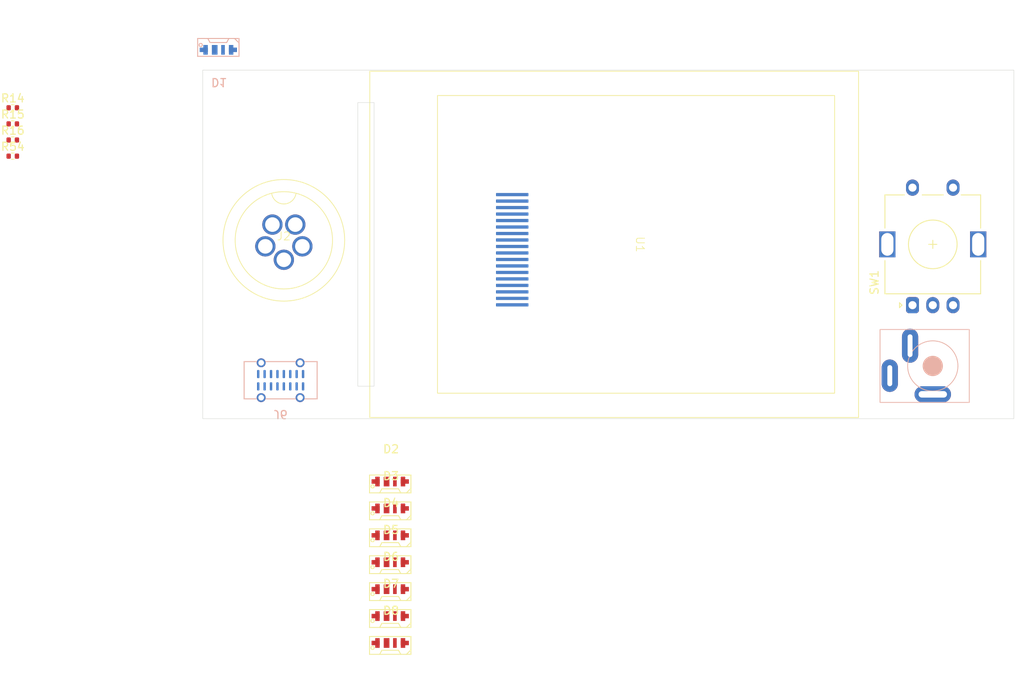
<source format=kicad_pcb>
(kicad_pcb (version 20241229) (generator "pcbnew") (generator_version "9.0")
  (layers (0 "F.Cu" signal) (2 "B.Cu" signal) (13 "F.Paste" user) (15 "B.Paste" user) (5 "F.SilkS" user "F.Silkscreen") (7 "B.SilkS" user "B.Silkscreen") (1 "F.Mask" user) (3 "B.Mask" user) (25 "Edge.Cuts" user))
  (net 0 "")
  (net 3 "Net-(D1-DOUT)")
  (net 6 "Net-(D2-DOUT)")
  (net 8 "Net-(D3-DOUT)")
  (net 13 "Net-(D4-DOUT)")
  (net 15 "Net-(D5-DOUT)")
  (net 18 "Net-(D6-DOUT)")
  (net 22 "Net-(D7-DOUT)")
  (net 48 "Net-(J6-CC1)")
  (net 49 "GND")
  (net 51 "USB-")
  (net 52 "Net-(J6-CC2)")
  (net 53 "Net-(J6-VBUS-PadA4)")
  (net 55 "USB+")
  (net 56 "Net-(R16-Pad1)")
  (footprint "Resistor_SMD:R_0402_1005Metric" (layer "F.Cu") (at 26.585 39.115)
    (property "Reference" "R54" (at 0 -1.17 0) (layer "F.SilkS"))
    (property "Value" "3k3")
    (fp_line (start -0.153641 -0.38) (end 0.153641 -0.38) (stroke (width 0.12)) (layer "F.SilkS"))
    (fp_line (start -0.153641 0.38) (end 0.153641 0.38) (stroke (width 0.12)) (layer "F.SilkS"))
    (pad "1" smd roundrect (at -0.51 0) (size 0.54 0.64) (layers "F.Cu" "F.Mask" "F.Paste") (net 56 "Net-(R16-Pad1)"))
    (pad "2" smd roundrect (at 0.51 0) (size 0.54 0.64) (layers "F.Cu" "F.Mask" "F.Paste") (net 53 "Net-(J6-VBUS-PadA4)"))
  )
  (footprint "Resistor_SMD:R_0402_1005Metric" (layer "F.Cu") (at 26.585 35.135)
    (property "Reference" "R15" (at 0 -1.17 0) (layer "F.SilkS"))
    (property "Value" "5k1")
    (fp_line (start -0.153641 -0.38) (end 0.153641 -0.38) (stroke (width 0.12)) (layer "F.SilkS"))
    (fp_line (start -0.153641 0.38) (end 0.153641 0.38) (stroke (width 0.12)) (layer "F.SilkS"))
    (pad "1" smd roundrect (at -0.51 0) (size 0.54 0.64) (layers "F.Cu" "F.Mask" "F.Paste") (net 52 "Net-(J6-CC2)"))
    (pad "2" smd roundrect (at 0.51 0) (size 0.54 0.64) (layers "F.Cu" "F.Mask" "F.Paste") (net 49 "GND"))
  )
  (footprint "Resistor_SMD:R_0402_1005Metric" (layer "F.Cu") (at 26.585 33.145)
    (property "Reference" "R14" (at 0 -1.17 0) (layer "F.SilkS"))
    (property "Value" "5k1")
    (fp_line (start -0.153641 -0.38) (end 0.153641 -0.38) (stroke (width 0.12)) (layer "F.SilkS"))
    (fp_line (start -0.153641 0.38) (end 0.153641 0.38) (stroke (width 0.12)) (layer "F.SilkS"))
    (pad "1" smd roundrect (at -0.51 0) (size 0.54 0.64) (layers "F.Cu" "F.Mask" "F.Paste") (net 48 "Net-(J6-CC1)"))
    (pad "2" smd roundrect (at 0.51 0) (size 0.54 0.64) (layers "F.Cu" "F.Mask" "F.Paste") (net 49 "GND"))
  )
  (footprint "liebler_OPTO:SK6812_SIDE_A" (layer "F.Cu") (at 73.114 82.576)
    (property "Reference" "D3" (at 0.1 -4 0) (layer "F.SilkS"))
    (property "Value" "SK6812SIDE")
    (fp_line (start -2.55 -0.8) (end 2.55 -0.8) (stroke (width 0.12)) (layer "F.SilkS"))
    (fp_line (start -2.55 1.4) (end -2.55 -0.8) (stroke (width 0.12)) (layer "F.SilkS"))
    (fp_line (start -1.3 1.4) (end -1.025 0.9) (stroke (width 0.12)) (layer "F.SilkS"))
    (fp_line (start 1.025 0.9) (end -1.025 0.9) (stroke (width 0.12)) (layer "F.SilkS"))
    (fp_line (start 1.025 0.9) (end 1.3 1.4) (stroke (width 0.12)) (layer "F.SilkS"))
    (fp_line (start 2 1.4) (end 2.55 0.85) (stroke (width 0.12)) (layer "F.SilkS"))
    (fp_line (start 2.55 1.4) (end -2.55 1.4) (stroke (width 0.12)) (layer "F.SilkS"))
    (fp_line (start 2.55 1.4) (end 2.55 -0.8) (stroke (width 0.12)) (layer "F.SilkS"))
    (fp_circle (center -2.175 0.6) (end -2.175 0.4) (stroke (width 0.12)) (fill no) (layer "F.SilkS"))
    (pad "1" smd custom (at -1.8 0) (size 1 0.55) (layers "F.Cu" "F.Mask" "F.Paste") (net 6 "Net-(D2-DOUT)") (options (clearance outline) (anchor rect)) (primitives))
    (pad "1" smd custom (at -1.575 0) (size 0.55 1.2) (layers "F.Cu" "F.Mask" "F.Paste") (net 6 "Net-(D2-DOUT)") (options (clearance outline) (anchor rect)) (primitives))
    (pad "2" smd custom (at -0.45 0) (size 0.7 1.2) (layers "F.Cu" "F.Mask" "F.Paste") (options (clearance outline) (anchor rect)) (primitives))
    (pad "3" smd custom (at 0.575 0) (size 0.45 1.2) (layers "F.Cu" "F.Mask" "F.Paste") (net 8 "Net-(D3-DOUT)") (options (clearance outline) (anchor rect)) (primitives))
    (pad "4" smd custom (at 1.575 0) (size 0.55 1.2) (layers "F.Cu" "F.Mask" "F.Paste") (options (clearance outline) (anchor rect)) (primitives))
    (pad "4" smd custom (at 1.8 0) (size 1 0.55) (layers "F.Cu" "F.Mask" "F.Paste") (options (clearance outline) (anchor rect)) (primitives))
  )
  (footprint "liebler_OPTO:SK6812_SIDE_A" (layer "F.Cu") (at 73.114 89.216)
    (property "Reference" "D5" (at 0.1 -4 0) (layer "F.SilkS"))
    (property "Value" "SK6812SIDE")
    (fp_line (start -2.55 -0.8) (end 2.55 -0.8) (stroke (width 0.12)) (layer "F.SilkS"))
    (fp_line (start -2.55 1.4) (end -2.55 -0.8) (stroke (width 0.12)) (layer "F.SilkS"))
    (fp_line (start -1.3 1.4) (end -1.025 0.9) (stroke (width 0.12)) (layer "F.SilkS"))
    (fp_line (start 1.025 0.9) (end -1.025 0.9) (stroke (width 0.12)) (layer "F.SilkS"))
    (fp_line (start 1.025 0.9) (end 1.3 1.4) (stroke (width 0.12)) (layer "F.SilkS"))
    (fp_line (start 2 1.4) (end 2.55 0.85) (stroke (width 0.12)) (layer "F.SilkS"))
    (fp_line (start 2.55 1.4) (end -2.55 1.4) (stroke (width 0.12)) (layer "F.SilkS"))
    (fp_line (start 2.55 1.4) (end 2.55 -0.8) (stroke (width 0.12)) (layer "F.SilkS"))
    (fp_circle (center -2.175 0.6) (end -2.175 0.4) (stroke (width 0.12)) (fill no) (layer "F.SilkS"))
    (pad "1" smd custom (at -1.8 0) (size 1 0.55) (layers "F.Cu" "F.Mask" "F.Paste") (net 13 "Net-(D4-DOUT)") (options (clearance outline) (anchor rect)) (primitives))
    (pad "1" smd custom (at -1.575 0) (size 0.55 1.2) (layers "F.Cu" "F.Mask" "F.Paste") (net 13 "Net-(D4-DOUT)") (options (clearance outline) (anchor rect)) (primitives))
    (pad "2" smd custom (at -0.45 0) (size 0.7 1.2) (layers "F.Cu" "F.Mask" "F.Paste") (options (clearance outline) (anchor rect)) (primitives))
    (pad "3" smd custom (at 0.575 0) (size 0.45 1.2) (layers "F.Cu" "F.Mask" "F.Paste") (net 15 "Net-(D5-DOUT)") (options (clearance outline) (anchor rect)) (primitives))
    (pad "4" smd custom (at 1.575 0) (size 0.55 1.2) (layers "F.Cu" "F.Mask" "F.Paste") (options (clearance outline) (anchor rect)) (primitives))
    (pad "4" smd custom (at 1.8 0) (size 1 0.55) (layers "F.Cu" "F.Mask" "F.Paste") (options (clearance outline) (anchor rect)) (primitives))
  )
  (footprint "Resistor_SMD:R_0402_1005Metric" (layer "F.Cu") (at 26.585 37.125)
    (property "Reference" "R16" (at 0 -1.17 0) (layer "F.SilkS"))
    (property "Value" "5k1")
    (fp_line (start -0.153641 -0.38) (end 0.153641 -0.38) (stroke (width 0.12)) (layer "F.SilkS"))
    (fp_line (start -0.153641 0.38) (end 0.153641 0.38) (stroke (width 0.12)) (layer "F.SilkS"))
    (pad "1" smd roundrect (at -0.51 0) (size 0.54 0.64) (layers "F.Cu" "F.Mask" "F.Paste") (net 56 "Net-(R16-Pad1)"))
    (pad "2" smd roundrect (at 0.51 0) (size 0.54 0.64) (layers "F.Cu" "F.Mask" "F.Paste") (net 49 "GND"))
  )
  (footprint "liebler_MECH:RotaryEncoder_Alps_EC11E-Switch_Vertical_H20mm" (layer "F.Cu") (at 140 50 90)
    (property "Reference" "SW1" (at -4.7 -7.2 90) (layer "F.SilkS"))
    (property "Value" "Rotary_Encoder_Switch_with_Mountingpoint")
    (fp_line (start 6.1 -5.9) (end 6.1 -3.5) (stroke (width 0.12)) (layer "F.SilkS"))
    (fp_line (start 2 -5.9) (end 6.1 -5.9) (stroke (width 0.12)) (layer "F.SilkS"))
    (fp_line (start -2 -5.9) (end -6.1 -5.9) (stroke (width 0.12)) (layer "F.SilkS"))
    (fp_line (start -6.1 -5.9) (end -6.1 5.9) (stroke (width 0.12)) (layer "F.SilkS"))
    (fp_line (start -7.2 -4.1) (end -7.5 -3.8) (stroke (width 0.12)) (layer "F.SilkS"))
    (fp_line (start -7.8 -4.1) (end -7.2 -4.1) (stroke (width 0.12)) (layer "F.SilkS"))
    (fp_line (start -7.5 -3.8) (end -7.8 -4.1) (stroke (width 0.12)) (layer "F.SilkS"))
    (fp_line (start 6.1 -1.3) (end 6.1 1.3) (stroke (width 0.12)) (layer "F.SilkS"))
    (fp_line (start 0 -0.5) (end 0 0.5) (stroke (width 0.12)) (layer "F.SilkS"))
    (fp_line (start -0.5 0) (end 0.5 0) (stroke (width 0.12)) (layer "F.SilkS"))
    (fp_line (start 6.1 3.5) (end 6.1 5.9) (stroke (width 0.12)) (layer "F.SilkS"))
    (fp_line (start 6.1 5.9) (end 2 5.9) (stroke (width 0.12)) (layer "F.SilkS"))
    (fp_line (start -2 5.9) (end -6.1 5.9) (stroke (width 0.12)) (layer "F.SilkS"))
    (fp_circle (center 0 0) (end 3 0) (stroke (width 0.12)) (fill no) (layer "F.SilkS"))
    (pad "A" thru_hole roundrect (at -7.5 -2.5 90) (size 2 1.6) (drill 1) (layers "*.Cu" "*.Mask"))
    (pad "B" thru_hole oval (at -7.5 2.5 90) (size 2 1.6) (drill 1) (layers "*.Cu" "*.Mask"))
    (pad "C" thru_hole oval (at -7.5 0 90) (size 2 1.6) (drill 1) (layers "*.Cu" "*.Mask"))
    (pad "MP" thru_hole rect (at 0 -5.6 90) (size 3.2 2) (drill oval 2.8 1.5) (layers "*.Cu" "*.Mask"))
    (pad "MP" thru_hole rect (at 0 5.6 90) (size 3.2 2) (drill oval 2.8 1.5) (layers "*.Cu" "*.Mask"))
    (pad "S1" thru_hole oval (at 7 2.5 90) (size 2 1.6) (drill 1) (layers "*.Cu" "*.Mask"))
    (pad "S2" thru_hole oval (at 7 -2.5 90) (size 2 1.6) (drill 1) (layers "*.Cu" "*.Mask"))
  )
  (footprint "liebler_OPTO:SK6812_SIDE_A" (layer "F.Cu") (at 73.114 99.176)
    (property "Reference" "D8" (at 0.1 -4 0) (layer "F.SilkS"))
    (property "Value" "SK6812SIDE")
    (fp_line (start -2.55 -0.8) (end 2.55 -0.8) (stroke (width 0.12)) (layer "F.SilkS"))
    (fp_line (start -2.55 1.4) (end -2.55 -0.8) (stroke (width 0.12)) (layer "F.SilkS"))
    (fp_line (start -1.3 1.4) (end -1.025 0.9) (stroke (width 0.12)) (layer "F.SilkS"))
    (fp_line (start 1.025 0.9) (end -1.025 0.9) (stroke (width 0.12)) (layer "F.SilkS"))
    (fp_line (start 1.025 0.9) (end 1.3 1.4) (stroke (width 0.12)) (layer "F.SilkS"))
    (fp_line (start 2 1.4) (end 2.55 0.85) (stroke (width 0.12)) (layer "F.SilkS"))
    (fp_line (start 2.55 1.4) (end -2.55 1.4) (stroke (width 0.12)) (layer "F.SilkS"))
    (fp_line (start 2.55 1.4) (end 2.55 -0.8) (stroke (width 0.12)) (layer "F.SilkS"))
    (fp_circle (center -2.175 0.6) (end -2.175 0.4) (stroke (width 0.12)) (fill no) (layer "F.SilkS"))
    (pad "1" smd custom (at -1.8 0) (size 1 0.55) (layers "F.Cu" "F.Mask" "F.Paste") (net 22 "Net-(D7-DOUT)") (options (clearance outline) (anchor rect)) (primitives))
    (pad "1" smd custom (at -1.575 0) (size 0.55 1.2) (layers "F.Cu" "F.Mask" "F.Paste") (net 22 "Net-(D7-DOUT)") (options (clearance outline) (anchor rect)) (primitives))
    (pad "2" smd custom (at -0.45 0) (size 0.7 1.2) (layers "F.Cu" "F.Mask" "F.Paste") (options (clearance outline) (anchor rect)) (primitives))
    (pad "3" smd custom (at 0.575 0) (size 0.45 1.2) (layers "F.Cu" "F.Mask" "F.Paste") (options (clearance outline) (anchor rect)) (primitives))
    (pad "4" smd custom (at 1.575 0) (size 0.55 1.2) (layers "F.Cu" "F.Mask" "F.Paste") (options (clearance outline) (anchor rect)) (primitives))
    (pad "4" smd custom (at 1.8 0) (size 1 0.55) (layers "F.Cu" "F.Mask" "F.Paste") (options (clearance outline) (anchor rect)) (primitives))
  )
  (footprint "liebler_OPTO:SK6812_SIDE_A" (layer "F.Cu") (at 73.114 85.896)
    (property "Reference" "D4" (at 0.1 -4 0) (layer "F.SilkS"))
    (property "Value" "SK6812SIDE")
    (fp_line (start -2.55 -0.8) (end 2.55 -0.8) (stroke (width 0.12)) (layer "F.SilkS"))
    (fp_line (start -2.55 1.4) (end -2.55 -0.8) (stroke (width 0.12)) (layer "F.SilkS"))
    (fp_line (start -1.3 1.4) (end -1.025 0.9) (stroke (width 0.12)) (layer "F.SilkS"))
    (fp_line (start 1.025 0.9) (end -1.025 0.9) (stroke (width 0.12)) (layer "F.SilkS"))
    (fp_line (start 1.025 0.9) (end 1.3 1.4) (stroke (width 0.12)) (layer "F.SilkS"))
    (fp_line (start 2 1.4) (end 2.55 0.85) (stroke (width 0.12)) (layer "F.SilkS"))
    (fp_line (start 2.55 1.4) (end -2.55 1.4) (stroke (width 0.12)) (layer "F.SilkS"))
    (fp_line (start 2.55 1.4) (end 2.55 -0.8) (stroke (width 0.12)) (layer "F.SilkS"))
    (fp_circle (center -2.175 0.6) (end -2.175 0.4) (stroke (width 0.12)) (fill no) (layer "F.SilkS"))
    (pad "1" smd custom (at -1.8 0) (size 1 0.55) (layers "F.Cu" "F.Mask" "F.Paste") (net 8 "Net-(D3-DOUT)") (options (clearance outline) (anchor rect)) (primitives))
    (pad "1" smd custom (at -1.575 0) (size 0.55 1.2) (layers "F.Cu" "F.Mask" "F.Paste") (net 8 "Net-(D3-DOUT)") (options (clearance outline) (anchor rect)) (primitives))
    (pad "2" smd custom (at -0.45 0) (size 0.7 1.2) (layers "F.Cu" "F.Mask" "F.Paste") (options (clearance outline) (anchor rect)) (primitives))
    (pad "3" smd custom (at 0.575 0) (size 0.45 1.2) (layers "F.Cu" "F.Mask" "F.Paste") (net 13 "Net-(D4-DOUT)") (options (clearance outline) (anchor rect)) (primitives))
    (pad "4" smd custom (at 1.575 0) (size 0.55 1.2) (layers "F.Cu" "F.Mask" "F.Paste") (options (clearance outline) (anchor rect)) (primitives))
    (pad "4" smd custom (at 1.8 0) (size 1 0.55) (layers "F.Cu" "F.Mask" "F.Paste") (options (clearance outline) (anchor rect)) (primitives))
  )
  (footprint "liebler_OPTO:SK6812_SIDE_A" (layer "F.Cu") (at 73.114 92.536)
    (property "Reference" "D6" (at 0.1 -4 0) (layer "F.SilkS"))
    (property "Value" "SK6812SIDE")
    (fp_line (start -2.55 -0.8) (end 2.55 -0.8) (stroke (width 0.12)) (layer "F.SilkS"))
    (fp_line (start -2.55 1.4) (end -2.55 -0.8) (stroke (width 0.12)) (layer "F.SilkS"))
    (fp_line (start -1.3 1.4) (end -1.025 0.9) (stroke (width 0.12)) (layer "F.SilkS"))
    (fp_line (start 1.025 0.9) (end -1.025 0.9) (stroke (width 0.12)) (layer "F.SilkS"))
    (fp_line (start 1.025 0.9) (end 1.3 1.4) (stroke (width 0.12)) (layer "F.SilkS"))
    (fp_line (start 2 1.4) (end 2.55 0.85) (stroke (width 0.12)) (layer "F.SilkS"))
    (fp_line (start 2.55 1.4) (end -2.55 1.4) (stroke (width 0.12)) (layer "F.SilkS"))
    (fp_line (start 2.55 1.4) (end 2.55 -0.8) (stroke (width 0.12)) (layer "F.SilkS"))
    (fp_circle (center -2.175 0.6) (end -2.175 0.4) (stroke (width 0.12)) (fill no) (layer "F.SilkS"))
    (pad "1" smd custom (at -1.8 0) (size 1 0.55) (layers "F.Cu" "F.Mask" "F.Paste") (net 15 "Net-(D5-DOUT)") (options (clearance outline) (anchor rect)) (primitives))
    (pad "1" smd custom (at -1.575 0) (size 0.55 1.2) (layers "F.Cu" "F.Mask" "F.Paste") (net 15 "Net-(D5-DOUT)") (options (clearance outline) (anchor rect)) (primitives))
    (pad "2" smd custom (at -0.45 0) (size 0.7 1.2) (layers "F.Cu" "F.Mask" "F.Paste") (options (clearance outline) (anchor rect)) (primitives))
    (pad "3" smd custom (at 0.575 0) (size 0.45 1.2) (layers "F.Cu" "F.Mask" "F.Paste") (net 18 "Net-(D6-DOUT)") (options (clearance outline) (anchor rect)) (primitives))
    (pad "4" smd custom (at 1.575 0) (size 0.55 1.2) (layers "F.Cu" "F.Mask" "F.Paste") (options (clearance outline) (anchor rect)) (primitives))
    (pad "4" smd custom (at 1.8 0) (size 1 0.55) (layers "F.Cu" "F.Mask" "F.Paste") (options (clearance outline) (anchor rect)) (primitives))
  )
  (footprint "liebler_OPTO:SK6812_SIDE_A" (layer "F.Cu") (at 73.114 79.256)
    (property "Reference" "D2" (at 0.1 -4 0) (layer "F.SilkS"))
    (property "Value" "SK6812SIDE")
    (fp_line (start -2.55 -0.8) (end 2.55 -0.8) (stroke (width 0.12)) (layer "F.SilkS"))
    (fp_line (start -2.55 1.4) (end -2.55 -0.8) (stroke (width 0.12)) (layer "F.SilkS"))
    (fp_line (start -1.3 1.4) (end -1.025 0.9) (stroke (width 0.12)) (layer "F.SilkS"))
    (fp_line (start 1.025 0.9) (end -1.025 0.9) (stroke (width 0.12)) (layer "F.SilkS"))
    (fp_line (start 1.025 0.9) (end 1.3 1.4) (stroke (width 0.12)) (layer "F.SilkS"))
    (fp_line (start 2 1.4) (end 2.55 0.85) (stroke (width 0.12)) (layer "F.SilkS"))
    (fp_line (start 2.55 1.4) (end -2.55 1.4) (stroke (width 0.12)) (layer "F.SilkS"))
    (fp_line (start 2.55 1.4) (end 2.55 -0.8) (stroke (width 0.12)) (layer "F.SilkS"))
    (fp_circle (center -2.175 0.6) (end -2.175 0.4) (stroke (width 0.12)) (fill no) (layer "F.SilkS"))
    (pad "1" smd custom (at -1.8 0) (size 1 0.55) (layers "F.Cu" "F.Mask" "F.Paste") (net 3 "Net-(D1-DOUT)") (options (clearance outline) (anchor rect)) (primitives))
    (pad "1" smd custom (at -1.575 0) (size 0.55 1.2) (layers "F.Cu" "F.Mask" "F.Paste") (net 3 "Net-(D1-DOUT)") (options (clearance outline) (anchor rect)) (primitives))
    (pad "2" smd custom (at -0.45 0) (size 0.7 1.2) (layers "F.Cu" "F.Mask" "F.Paste") (options (clearance outline) (anchor rect)) (primitives))
    (pad "3" smd custom (at 0.575 0) (size 0.45 1.2) (layers "F.Cu" "F.Mask" "F.Paste") (net 6 "Net-(D2-DOUT)") (options (clearance outline) (anchor rect)) (primitives))
    (pad "4" smd custom (at 1.575 0) (size 0.55 1.2) (layers "F.Cu" "F.Mask" "F.Paste") (options (clearance outline) (anchor rect)) (primitives))
    (pad "4" smd custom (at 1.8 0) (size 1 0.55) (layers "F.Cu" "F.Mask" "F.Paste") (options (clearance outline) (anchor rect)) (primitives))
  )
  (footprint "liebler_CONN:GX12-5" (layer "F.Cu") (at 60 49.5)
    (property "Reference" "J2" (at 0 -0.5 0) (layer "F.SilkS") (effects (font (thickness 0.1))))
    (property "Value" "Conn_01x05")
    (fp_arc (start 1.5 -5.8) (mid 0 -4.486725) (end -1.5 -5.8) (stroke (width 0.1)) (layer "F.SilkS"))
    (fp_circle (center 0 0) (end 0 -7.5) (stroke (width 0.1)) (fill no) (layer "F.SilkS"))
    (fp_circle (center 0 0) (end 0 -6) (stroke (width 0.1)) (fill no) (layer "F.SilkS"))
    (pad "1" thru_hole circle (at 1.410685 -1.941641) (size 2.5 2.5) (drill 1.8) (layers "*.Cu" "*.Mask"))
    (pad "2" thru_hole circle (at 2.282536 0.741641) (size 2.5 2.5) (drill 1.8) (layers "*.Cu" "*.Mask"))
    (pad "3" thru_hole circle (at 0 2.4) (size 2.5 2.5) (drill 1.8) (layers "*.Cu" "*.Mask"))
    (pad "4" thru_hole circle (at -2.282536 0.741641) (size 2.5 2.5) (drill 1.8) (layers "*.Cu" "*.Mask"))
    (pad "5" thru_hole circle (at -1.410685 -1.941641) (size 2.5 2.5) (drill 1.8) (layers "*.Cu" "*.Mask"))
  )
  (footprint "liebler_OPTO:2,4zoll lcd tft touch" (layer "F.Cu") (at 103.4225 50 -90)
    (property "Reference" "U1" (at 0 -0.5 270) (layer "F.SilkS") (effects (font (thickness 0.1))))
    (property "Value" "2.4inch_ST7789V_LCD")
    (fp_rect (start -18.36 -24.48) (end 18.36 24.48) (stroke (width 0.1)) (fill no) (layer "F.SilkS"))
    (fp_rect (start -21.36 -27.43) (end 21.36 32.83) (stroke (width 0.1)) (fill no) (layer "F.SilkS"))
    (fp_rect (start -17.5 32.3) (end 17.5 34.3) (stroke (width 0.05)) (fill no) (layer "Edge.Cuts"))
    (pad "1" smd roundrect (at -6.14 15.27 270) (size 0.4 4) (layers "B.Cu" "B.Mask" "B.Paste") (roundrect_rratio 0.15))
    (pad "2" smd roundrect (at -5.34 15.27 270) (size 0.4 4) (layers "B.Cu" "B.Mask" "B.Paste") (roundrect_rratio 0.15))
    (pad "3" smd roundrect (at -4.54 15.27 270) (size 0.4 4) (layers "B.Cu" "B.Mask" "B.Paste") (roundrect_rratio 0.15))
    (pad "4" smd roundrect (at -3.74 15.27 270) (size 0.4 4) (layers "B.Cu" "B.Mask" "B.Paste") (roundrect_rratio 0.15))
    (pad "5" smd roundrect (at -2.94 15.27 270) (size 0.4 4) (layers "B.Cu" "B.Mask" "B.Paste") (roundrect_rratio 0.15))
    (pad "6" smd roundrect (at -2.14 15.27 270) (size 0.4 4) (layers "B.Cu" "B.Mask" "B.Paste") (roundrect_rratio 0.15))
    (pad "7" smd roundrect (at -1.34 15.27 270) (size 0.4 4) (layers "B.Cu" "B.Mask" "B.Paste") (roundrect_rratio 0.15))
    (pad "8" smd roundrect (at -0.54 15.27 270) (size 0.4 4) (layers "B.Cu" "B.Mask" "B.Paste") (roundrect_rratio 0.15))
    (pad "9" smd roundrect (at 0.26 15.27 270) (size 0.4 4) (layers "B.Cu" "B.Mask" "B.Paste") (roundrect_rratio 0.15))
    (pad "10" smd roundrect (at 1.06 15.27 270) (size 0.4 4) (layers "B.Cu" "B.Mask" "B.Paste") (roundrect_rratio 0.15))
    (pad "11" smd roundrect (at 1.86 15.27 270) (size 0.4 4) (layers "B.Cu" "B.Mask" "B.Paste") (roundrect_rratio 0.15))
    (pad "12" smd roundrect (at 2.66 15.27 270) (size 0.4 4) (layers "B.Cu" "B.Mask" "B.Paste") (roundrect_rratio 0.15))
    (pad "13" smd roundrect (at 3.46 15.27 270) (size 0.4 4) (layers "B.Cu" "B.Mask" "B.Paste") (roundrect_rratio 0.15))
    (pad "14" smd roundrect (at 4.26 15.27 270) (size 0.4 4) (layers "B.Cu" "B.Mask" "B.Paste") (roundrect_rratio 0.15))
    (pad "15" smd roundrect (at 5.06 15.27 270) (size 0.4 4) (layers "B.Cu" "B.Mask" "B.Paste") (roundrect_rratio 0.15))
    (pad "16" smd roundrect (at 5.86 15.27 270) (size 0.4 4) (layers "B.Cu" "B.Mask" "B.Paste") (roundrect_rratio 0.15))
    (pad "17" smd roundrect (at 6.66 15.27 270) (size 0.4 4) (layers "B.Cu" "B.Mask" "B.Paste") (roundrect_rratio 0.15))
    (pad "18" smd roundrect (at 7.46 15.27 270) (size 0.4 4) (layers "B.Cu" "B.Mask" "B.Paste") (roundrect_rratio 0.15))
  )
  (footprint "liebler_OPTO:SK6812_SIDE_A" (layer "F.Cu") (at 73.114 95.856)
    (property "Reference" "D7" (at 0.1 -4 0) (layer "F.SilkS"))
    (property "Value" "SK6812SIDE")
    (fp_line (start -2.55 -0.8) (end 2.55 -0.8) (stroke (width 0.12)) (layer "F.SilkS"))
    (fp_line (start -2.55 1.4) (end -2.55 -0.8) (stroke (width 0.12)) (layer "F.SilkS"))
    (fp_line (start -1.3 1.4) (end -1.025 0.9) (stroke (width 0.12)) (layer "F.SilkS"))
    (fp_line (start 1.025 0.9) (end -1.025 0.9) (stroke (width 0.12)) (layer "F.SilkS"))
    (fp_line (start 1.025 0.9) (end 1.3 1.4) (stroke (width 0.12)) (layer "F.SilkS"))
    (fp_line (start 2 1.4) (end 2.55 0.85) (stroke (width 0.12)) (layer "F.SilkS"))
    (fp_line (start 2.55 1.4) (end -2.55 1.4) (stroke (width 0.12)) (layer "F.SilkS"))
    (fp_line (start 2.55 1.4) (end 2.55 -0.8) (stroke (width 0.12)) (layer "F.SilkS"))
    (fp_circle (center -2.175 0.6) (end -2.175 0.4) (stroke (width 0.12)) (fill no) (layer "F.SilkS"))
    (pad "1" smd custom (at -1.8 0) (size 1 0.55) (layers "F.Cu" "F.Mask" "F.Paste") (net 18 "Net-(D6-DOUT)") (options (clearance outline) (anchor rect)) (primitives))
    (pad "1" smd custom (at -1.575 0) (size 0.55 1.2) (layers "F.Cu" "F.Mask" "F.Paste") (net 18 "Net-(D6-DOUT)") (options (clearance outline) (anchor rect)) (primitives))
    (pad "2" smd custom (at -0.45 0) (size 0.7 1.2) (layers "F.Cu" "F.Mask" "F.Paste") (options (clearance outline) (anchor rect)) (primitives))
    (pad "3" smd custom (at 0.575 0) (size 0.45 1.2) (layers "F.Cu" "F.Mask" "F.Paste") (net 22 "Net-(D7-DOUT)") (options (clearance outline) (anchor rect)) (primitives))
    (pad "4" smd custom (at 1.575 0) (size 0.55 1.2) (layers "F.Cu" "F.Mask" "F.Paste") (options (clearance outline) (anchor rect)) (primitives))
    (pad "4" smd custom (at 1.8 0) (size 1 0.55) (layers "F.Cu" "F.Mask" "F.Paste") (options (clearance outline) (anchor rect)) (primitives))
  )
  (footprint "liebler_CONN:GT-USB-7051A" (layer "B.Cu") (at 59.605 66.76)
    (property "Reference" "J6" (at 0 4.2 180) (layer "B.SilkS") (effects (justify mirror)))
    (property "Value" "USB")
    (fp_line (start -4.5 -2.3) (end -3 -2.3) (stroke (width 0.12)) (layer "B.SilkS"))
    (fp_line (start -4.5 2.3) (end -4.5 -2.3) (stroke (width 0.12)) (layer "B.SilkS"))
    (fp_line (start -3 2.3) (end -4.5 2.3) (stroke (width 0.12)) (layer "B.SilkS"))
    (fp_line (start -1.8 -2.3) (end 1.8 -2.3) (stroke (width 0.12)) (layer "B.SilkS"))
    (fp_line (start -1.8 2.3) (end 1.8 2.3) (stroke (width 0.12)) (layer "B.SilkS"))
    (fp_line (start 3 -2.3) (end 4.5 -2.3) (stroke (width 0.12)) (layer "B.SilkS"))
    (fp_line (start 4.5 -2.3) (end 4.5 2.3) (stroke (width 0.12)) (layer "B.SilkS"))
    (fp_line (start 4.5 2.3) (end 3 2.3) (stroke (width 0.12)) (layer "B.SilkS"))
    (pad "" np_thru_hole circle (at -3.75 0) (size 0.66 0.66) (drill 0.66) (layers "*.Cu" "*.Mask"))
    (pad "" np_thru_hole oval (at 3.75 0) (size 1 0.58) (drill oval 1 0.58) (layers "*.Cu" "*.Mask"))
    (pad "A1" smd roundrect (at -2.765 0.76) (size 0.3 1) (layers "B.Cu" "B.Mask" "B.Paste") (net 49 "GND"))
    (pad "A4" smd roundrect (at -1.975 0.76) (size 0.3 1) (layers "B.Cu" "B.Mask" "B.Paste") (net 53 "Net-(J6-VBUS-PadA4)"))
    (pad "A5" smd roundrect (at -1.185 0.76) (size 0.3 1) (layers "B.Cu" "B.Mask" "B.Paste") (net 48 "Net-(J6-CC1)"))
    (pad "A6" smd roundrect (at -0.395 0.76) (size 0.3 1) (layers "B.Cu" "B.Mask" "B.Paste") (net 55 "USB+"))
    (pad "A7" smd roundrect (at 0.395 0.76) (size 0.3 1) (layers "B.Cu" "B.Mask" "B.Paste") (net 51 "USB-"))
    (pad "A8" smd roundrect (at 1.185 0.76) (size 0.3 1) (layers "B.Cu" "B.Mask" "B.Paste"))
    (pad "A9" smd roundrect (at 1.975 0.76) (size 0.3 1) (layers "B.Cu" "B.Mask" "B.Paste") (net 53 "Net-(J6-VBUS-PadA4)"))
    (pad "A12" smd roundrect (at 2.765 0.76) (size 0.3 1) (layers "B.Cu" "B.Mask" "B.Paste") (net 49 "GND"))
    (pad "B1" smd roundrect (at 2.765 -0.76) (size 0.3 1) (layers "B.Cu" "B.Mask" "B.Paste") (net 49 "GND"))
    (pad "B4" smd roundrect (at 1.975 -0.76) (size 0.3 1) (layers "B.Cu" "B.Mask" "B.Paste") (net 53 "Net-(J6-VBUS-PadA4)"))
    (pad "B5" smd roundrect (at 1.185 -0.76) (size 0.3 1) (layers "B.Cu" "B.Mask" "B.Paste") (net 52 "Net-(J6-CC2)"))
    (pad "B6" smd roundrect (at 0.395 -0.76) (size 0.3 1) (layers "B.Cu" "B.Mask" "B.Paste") (net 55 "USB+"))
    (pad "B7" smd roundrect (at -0.395 -0.76) (size 0.3 1) (layers "B.Cu" "B.Mask" "B.Paste") (net 51 "USB-"))
    (pad "B8" smd roundrect (at -1.185 -0.76) (size 0.3 1) (layers "B.Cu" "B.Mask" "B.Paste"))
    (pad "B9" smd roundrect (at -1.975 -0.76) (size 0.3 1) (layers "B.Cu" "B.Mask" "B.Paste") (net 53 "Net-(J6-VBUS-PadA4)"))
    (pad "B12" smd roundrect (at -2.765 -0.76) (size 0.3 1) (layers "B.Cu" "B.Mask" "B.Paste") (net 49 "GND"))
    (pad "S1" thru_hole circle (at -2.4 -2.15) (size 1.1 1.1) (drill 0.7) (layers "*.Cu" "*.Mask") (net 49 "GND"))
    (pad "S1" thru_hole circle (at -2.4 2.15) (size 1.1 1.1) (drill 0.7) (layers "*.Cu" "*.Mask") (net 49 "GND"))
    (pad "S1" thru_hole circle (at 2.4 -2.15) (size 1.1 1.1) (drill 0.7) (layers "*.Cu" "*.Mask") (net 49 "GND"))
    (pad "S1" thru_hole circle (at 2.4 2.15) (size 1.1 1.1) (drill 0.7) (layers "*.Cu" "*.Mask") (net 49 "GND"))
  )
  (footprint "liebler_OPTO:SK6812_SIDE_A" (layer "B.Cu") (at 51.925 26)
    (property "Reference" "D1" (at 0.1 4 180) (layer "B.SilkS") (effects (justify mirror)))
    (property "Value" "SK6812SIDE")
    (fp_line (start -2.55 -1.4) (end -2.55 0.8) (stroke (width 0.12)) (layer "B.SilkS"))
    (fp_line (start -2.55 0.8) (end 2.55 0.8) (stroke (width 0.12)) (layer "B.SilkS"))
    (fp_line (start -1.3 -1.4) (end -1.025 -0.9) (stroke (width 0.12)) (layer "B.SilkS"))
    (fp_line (start 1.025 -0.9) (end -1.025 -0.9) (stroke (width 0.12)) (layer "B.SilkS"))
    (fp_line (start 1.025 -0.9) (end 1.3 -1.4) (stroke (width 0.12)) (layer "B.SilkS"))
    (fp_line (start 2 -1.4) (end 2.55 -0.85) (stroke (width 0.12)) (layer "B.SilkS"))
    (fp_line (start 2.55 -1.4) (end -2.55 -1.4) (stroke (width 0.12)) (layer "B.SilkS"))
    (fp_line (start 2.55 -1.4) (end 2.55 0.8) (stroke (width 0.12)) (layer "B.SilkS"))
    (fp_circle (center -2.175 -0.6) (end -2.175 -0.4) (stroke (width 0.12)) (fill no) (layer "B.SilkS"))
    (pad "1" smd custom (at -1.8 0) (size 1 0.55) (layers "B.Cu" "B.Mask" "B.Paste") (options (clearance outline) (anchor rect)) (primitives))
    (pad "1" smd custom (at -1.575 0) (size 0.55 1.2) (layers "B.Cu" "B.Mask" "B.Paste") (options (clearance outline) (anchor rect)) (primitives))
    (pad "2" smd custom (at -0.45 0) (size 0.7 1.2) (layers "B.Cu" "B.Mask" "B.Paste") (options (clearance outline) (anchor rect)) (primitives))
    (pad "3" smd custom (at 0.575 0) (size 0.45 1.2) (layers "B.Cu" "B.Mask" "B.Paste") (net 3 "Net-(D1-DOUT)") (options (clearance outline) (anchor rect)) (primitives))
    (pad "4" smd custom (at 1.575 0) (size 0.55 1.2) (layers "B.Cu" "B.Mask" "B.Paste") (options (clearance outline) (anchor rect)) (primitives))
    (pad "4" smd custom (at 1.8 0) (size 1 0.55) (layers "B.Cu" "B.Mask" "B.Paste") (options (clearance outline) (anchor rect)) (primitives))
  )
  (footprint "liebler_CONN:Hohlstecker_vertikal" (layer "B.Cu") (at 140 65 90)
    (property "Reference" "J1" (at 0 0.5 270) (layer "B.SilkS") (effects (font (thickness 0.1)) (justify mirror)))
    (property "Value" "Barrel_Jack_Switch")
    (fp_rect (start -4.5 4.5) (end 4.5 -6.5) (stroke (width 0.1)) (fill no) (layer "B.SilkS"))
    (fp_circle (center 0 0) (end 0 1.2) (stroke (width 0.1)) (fill yes) (layer "B.SilkS"))
    (fp_circle (center 0 0) (end 0 3.1) (stroke (width 0.1)) (fill no) (layer "B.SilkS"))
    (pad "1" thru_hole oval (at -3.5 0 90) (size 2 4.5) (drill oval 0.8 3.5) (layers "*.Cu" "*.Mask"))
    (pad "2" thru_hole oval (at -1.2 -5.3) (size 2 4) (drill oval 0.6 2.6) (layers "*.Cu" "*.Mask"))
    (pad "3" thru_hole oval (at 2.5 -2.8) (size 2 4.2) (drill oval 0.6 2.8) (layers "*.Cu" "*.Mask"))
  )
  (gr_rect (start 50 28.5) (end 150 71.5) (stroke (width 0.05)) (fill no) (layer "Edge.Cuts"))
)
</source>
